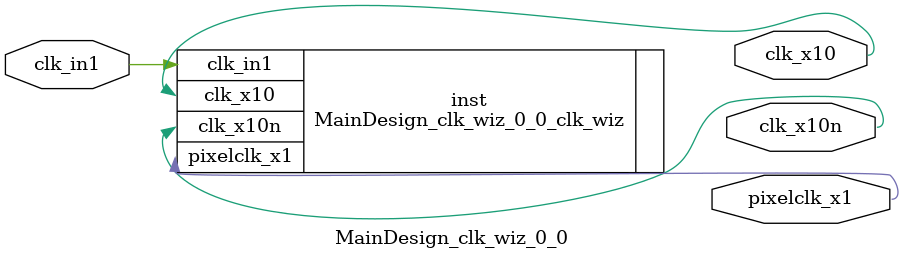
<source format=v>


`timescale 1ps/1ps

(* CORE_GENERATION_INFO = "MainDesign_clk_wiz_0_0,clk_wiz_v6_0_17_0_0,{component_name=MainDesign_clk_wiz_0_0,use_phase_alignment=false,use_min_o_jitter=false,use_max_i_jitter=false,use_dyn_phase_shift=false,use_inclk_switchover=false,use_dyn_reconfig=false,enable_axi=0,feedback_source=FDBK_AUTO,PRIMITIVE=MMCM,num_out_clk=3,clkin1_period=4.000,clkin2_period=10.0,use_power_down=false,use_reset=false,use_locked=false,use_inclk_stopped=false,feedback_type=SINGLE,CLOCK_MGR_TYPE=NA,manual_override=false}" *)

module MainDesign_clk_wiz_0_0 
 (
  // Clock out ports
  output        clk_x10,
  output        pixelclk_x1,
  output        clk_x10n,
 // Clock in ports
  input         clk_in1
 );

  MainDesign_clk_wiz_0_0_clk_wiz inst
  (
  // Clock out ports  
  .clk_x10(clk_x10),
  .pixelclk_x1(pixelclk_x1),
  .clk_x10n(clk_x10n),
 // Clock in ports
  .clk_in1(clk_in1)
  );

endmodule

</source>
